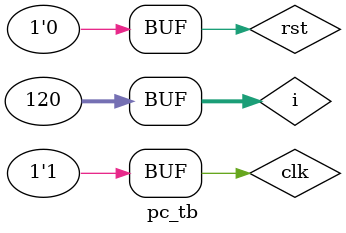
<source format=sv>
`timescale 1ns / 1ps


module pc_tb;
    
logic clk, rst;
logic [5:0] pout;

pc a1(
        .clk(clk),
        .rst(rst),
        .pout(pout)
        );
        
int i;
       initial begin
            clk=0; rst=1;
         #10ns;
            clk=1;
         #10ns;
            rst=0;
     
        for ( i=0;i<120;i++) begin
        #10ns;
        clk= 0;
        #10ns;
        clk=1;
        end
       
       end

endmodule

</source>
